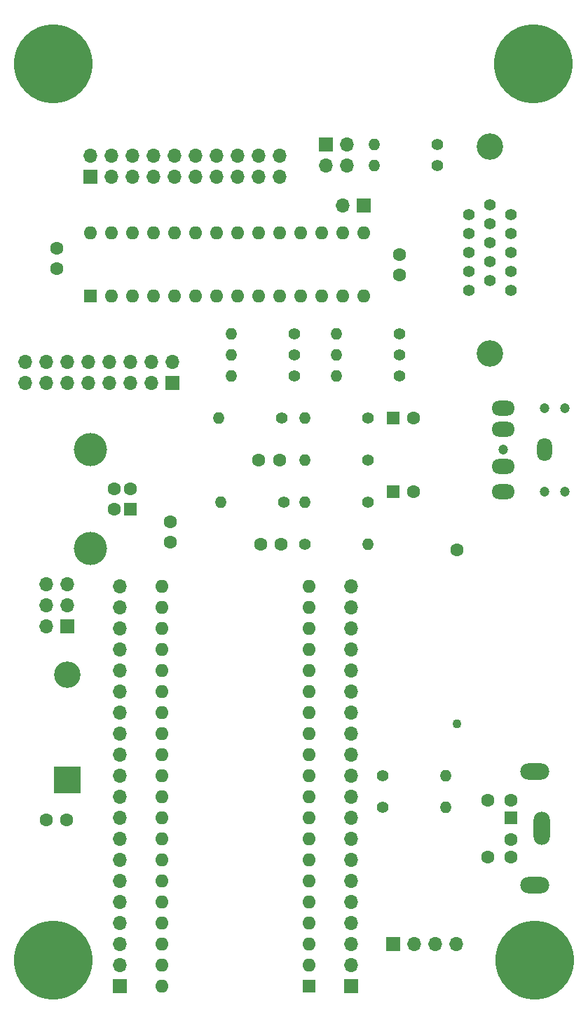
<source format=gbs>
G04 #@! TF.GenerationSoftware,KiCad,Pcbnew,(6.0.1)*
G04 #@! TF.CreationDate,2022-05-19T14:44:07-04:00*
G04 #@! TF.ProjectId,PiPicoMite01,50695069-636f-44d6-9974-6530312e6b69,2*
G04 #@! TF.SameCoordinates,Original*
G04 #@! TF.FileFunction,Soldermask,Bot*
G04 #@! TF.FilePolarity,Negative*
%FSLAX46Y46*%
G04 Gerber Fmt 4.6, Leading zero omitted, Abs format (unit mm)*
G04 Created by KiCad (PCBNEW (6.0.1)) date 2022-05-19 14:44:07*
%MOMM*%
%LPD*%
G01*
G04 APERTURE LIST*
%ADD10C,9.525000*%
%ADD11C,3.200000*%
%ADD12C,1.397000*%
%ADD13C,1.600000*%
%ADD14C,1.100000*%
%ADD15C,1.400000*%
%ADD16O,1.400000X1.400000*%
%ADD17R,1.600000X1.600000*%
%ADD18O,1.600000X1.600000*%
%ADD19C,4.000000*%
%ADD20R,1.700000X1.700000*%
%ADD21O,1.700000X1.700000*%
%ADD22R,3.200000X3.200000*%
%ADD23O,3.200000X3.200000*%
%ADD24C,1.200000*%
%ADD25O,2.800000X1.800000*%
%ADD26O,1.800000X2.800000*%
%ADD27O,3.500000X2.000000*%
%ADD28O,2.000000X4.000000*%
G04 APERTURE END LIST*
D10*
X119000000Y-8000000D03*
X177165000Y-116205000D03*
X119000000Y-116205000D03*
X177000000Y-8000000D03*
D11*
X171697590Y-17985740D03*
X171697590Y-42974260D03*
D12*
X169157590Y-26169620D03*
X169157590Y-28460700D03*
X169157590Y-30746700D03*
X169157590Y-33040320D03*
X169157590Y-35328860D03*
X171697590Y-25024080D03*
X171697590Y-27315160D03*
X171697590Y-29606240D03*
X171697590Y-31894780D03*
X171697590Y-34185860D03*
X174237590Y-26169620D03*
X174237590Y-28460700D03*
X174235050Y-30749240D03*
X174237590Y-33040320D03*
X174237590Y-35328860D03*
D13*
X167726500Y-66700000D03*
D14*
X167726500Y-87700000D03*
D15*
X148082000Y-40640000D03*
D16*
X140462000Y-40640000D03*
D15*
X148082000Y-43180000D03*
D16*
X140462000Y-43180000D03*
D15*
X146812000Y-60960000D03*
D16*
X139192000Y-60960000D03*
D15*
X148082000Y-45720000D03*
D16*
X140462000Y-45720000D03*
D15*
X160782000Y-40640000D03*
D16*
X153162000Y-40640000D03*
D15*
X160782000Y-43180000D03*
D16*
X153162000Y-43180000D03*
D15*
X160782000Y-45720000D03*
D16*
X153162000Y-45720000D03*
D17*
X149865000Y-119375000D03*
D18*
X149865000Y-116835000D03*
X149865000Y-114295000D03*
X149865000Y-111755000D03*
X149865000Y-109215000D03*
X149865000Y-106675000D03*
X149865000Y-104135000D03*
X149865000Y-101595000D03*
X149865000Y-99055000D03*
X149865000Y-96515000D03*
X149865000Y-93975000D03*
X149865000Y-91435000D03*
X149865000Y-88895000D03*
X149865000Y-86355000D03*
X149865000Y-83815000D03*
X149865000Y-81275000D03*
X149865000Y-78735000D03*
X149865000Y-76195000D03*
X149865000Y-73655000D03*
X149865000Y-71115000D03*
X132085000Y-71115000D03*
X132085000Y-73655000D03*
X132085000Y-76195000D03*
X132085000Y-78735000D03*
X132085000Y-81275000D03*
X132085000Y-83815000D03*
X132085000Y-86355000D03*
X132085000Y-88895000D03*
X132085000Y-91435000D03*
X132085000Y-93975000D03*
X132085000Y-96515000D03*
X132085000Y-99055000D03*
X132085000Y-101595000D03*
X132085000Y-104135000D03*
X132085000Y-106675000D03*
X132085000Y-109215000D03*
X132085000Y-111755000D03*
X132085000Y-114295000D03*
X132085000Y-116835000D03*
X132085000Y-119375000D03*
D17*
X128304000Y-61798000D03*
D13*
X128304000Y-59298000D03*
X126304000Y-59298000D03*
X126304000Y-61798000D03*
D19*
X123444000Y-54548000D03*
X123444000Y-66548000D03*
D13*
X120630000Y-99314000D03*
X118130000Y-99314000D03*
D17*
X160020000Y-59690000D03*
D13*
X162520000Y-59690000D03*
X146538000Y-66040000D03*
X144038000Y-66040000D03*
X133096000Y-63266000D03*
X133096000Y-65766000D03*
X160782000Y-31008000D03*
X160782000Y-33508000D03*
X119380000Y-30246000D03*
X119380000Y-32746000D03*
D15*
X156972000Y-55880000D03*
D16*
X149352000Y-55880000D03*
D15*
X156972000Y-60960000D03*
D16*
X149352000Y-60960000D03*
D20*
X156464000Y-25146000D03*
D21*
X153924000Y-25146000D03*
D20*
X133335000Y-46502000D03*
D21*
X133335000Y-43962000D03*
X130795000Y-46502000D03*
X130795000Y-43962000D03*
X128255000Y-46502000D03*
X128255000Y-43962000D03*
X125715000Y-46502000D03*
X125715000Y-43962000D03*
X123175000Y-46502000D03*
X123175000Y-43962000D03*
X120635000Y-46502000D03*
X120635000Y-43962000D03*
X118095000Y-46502000D03*
X118095000Y-43962000D03*
X115555000Y-46502000D03*
X115555000Y-43962000D03*
D20*
X160020000Y-114300000D03*
D21*
X162560000Y-114300000D03*
X165100000Y-114300000D03*
X167640000Y-114300000D03*
D22*
X120650000Y-94488000D03*
D23*
X120650000Y-81788000D03*
D13*
X146304000Y-55880000D03*
X143804000Y-55880000D03*
D24*
X178308000Y-59610000D03*
X178308000Y-49610000D03*
X180808000Y-49610000D03*
X180808000Y-59610000D03*
X173308000Y-54610000D03*
D25*
X173308000Y-59610000D03*
X173308000Y-56610000D03*
D26*
X178308000Y-54610000D03*
D25*
X173308000Y-49610000D03*
X173308000Y-52110000D03*
D15*
X165354000Y-17780000D03*
D16*
X157734000Y-17780000D03*
D15*
X165354000Y-20320000D03*
D16*
X157734000Y-20320000D03*
D20*
X127000000Y-119380000D03*
D21*
X127000000Y-116840000D03*
X127000000Y-114300000D03*
X127000000Y-111760000D03*
X127000000Y-109220000D03*
X127000000Y-106680000D03*
X127000000Y-104140000D03*
X127000000Y-101600000D03*
X127000000Y-99060000D03*
X127000000Y-96520000D03*
X127000000Y-93980000D03*
X127000000Y-91440000D03*
X127000000Y-88900000D03*
X127000000Y-86360000D03*
X127000000Y-83820000D03*
X127000000Y-81280000D03*
X127000000Y-78740000D03*
X127000000Y-76200000D03*
X127000000Y-73660000D03*
X127000000Y-71120000D03*
D15*
X149352000Y-66040000D03*
D16*
X156972000Y-66040000D03*
D20*
X151887000Y-17775000D03*
D21*
X154427000Y-17775000D03*
X151887000Y-20315000D03*
X154427000Y-20315000D03*
D15*
X158750000Y-93980000D03*
D16*
X166370000Y-93980000D03*
D20*
X123449000Y-21595000D03*
D21*
X123449000Y-19055000D03*
X125989000Y-21595000D03*
X125989000Y-19055000D03*
X128529000Y-21595000D03*
X128529000Y-19055000D03*
X131069000Y-21595000D03*
X131069000Y-19055000D03*
X133609000Y-21595000D03*
X133609000Y-19055000D03*
X136149000Y-21595000D03*
X136149000Y-19055000D03*
X138689000Y-21595000D03*
X138689000Y-19055000D03*
X141229000Y-21595000D03*
X141229000Y-19055000D03*
X143769000Y-21595000D03*
X143769000Y-19055000D03*
X146309000Y-21595000D03*
X146309000Y-19055000D03*
D17*
X123454000Y-36058000D03*
D18*
X125994000Y-36058000D03*
X128534000Y-36058000D03*
X131074000Y-36058000D03*
X133614000Y-36058000D03*
X136154000Y-36058000D03*
X138694000Y-36058000D03*
X141234000Y-36058000D03*
X143774000Y-36058000D03*
X146314000Y-36058000D03*
X148854000Y-36058000D03*
X151394000Y-36058000D03*
X153934000Y-36058000D03*
X156474000Y-36058000D03*
X156474000Y-28438000D03*
X153934000Y-28438000D03*
X151394000Y-28438000D03*
X148854000Y-28438000D03*
X146314000Y-28438000D03*
X143774000Y-28438000D03*
X141234000Y-28438000D03*
X138694000Y-28438000D03*
X136154000Y-28438000D03*
X133614000Y-28438000D03*
X131074000Y-28438000D03*
X128534000Y-28438000D03*
X125994000Y-28438000D03*
X123454000Y-28438000D03*
D15*
X158750000Y-97790000D03*
D16*
X166370000Y-97790000D03*
D17*
X160020000Y-50800000D03*
D13*
X162520000Y-50800000D03*
D20*
X120655000Y-75946000D03*
D21*
X118115000Y-75946000D03*
X120655000Y-73406000D03*
X118115000Y-73406000D03*
X120655000Y-70866000D03*
X118115000Y-70866000D03*
D17*
X174301000Y-99020000D03*
D13*
X174301000Y-101620000D03*
X174301000Y-96920000D03*
X174301000Y-103720000D03*
X171501000Y-96920000D03*
X171501000Y-103720000D03*
D27*
X177151000Y-107170000D03*
X177151000Y-93470000D03*
D28*
X177951000Y-100320000D03*
D15*
X156972000Y-50800000D03*
D16*
X149352000Y-50800000D03*
D15*
X146558000Y-50800000D03*
D16*
X138938000Y-50800000D03*
D20*
X154940000Y-119375000D03*
D21*
X154940000Y-116835000D03*
X154940000Y-114295000D03*
X154940000Y-111755000D03*
X154940000Y-109215000D03*
X154940000Y-106675000D03*
X154940000Y-104135000D03*
X154940000Y-101595000D03*
X154940000Y-99055000D03*
X154940000Y-96515000D03*
X154940000Y-93975000D03*
X154940000Y-91435000D03*
X154940000Y-88895000D03*
X154940000Y-86355000D03*
X154940000Y-83815000D03*
X154940000Y-81275000D03*
X154940000Y-78735000D03*
X154940000Y-76195000D03*
X154940000Y-73655000D03*
X154940000Y-71115000D03*
M02*

</source>
